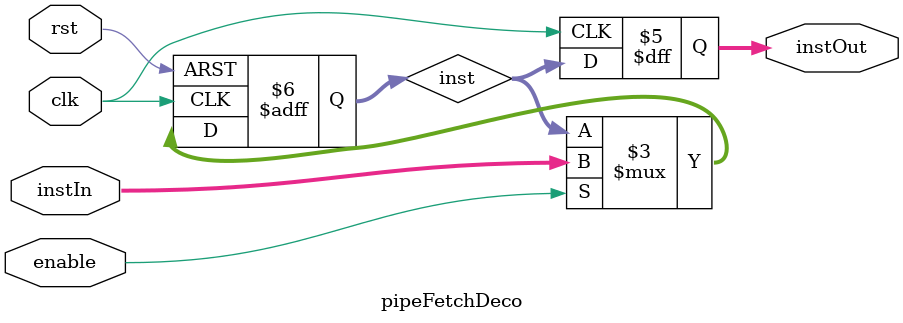
<source format=sv>
module pipeFetchDeco(
	input logic clk,
	input logic rst,
	input logic enable,

	input logic [0:31] instIn,
	output logic [0:31] instOut
);

logic [0:31] inst;

always_ff @(posedge clk or posedge rst)
begin
	if(rst)
		inst <= 0;
	else
		if(enable)
			inst <= instIn;
end

always_ff @(negedge clk)
begin
	instOut <= inst;
end

endmodule

</source>
